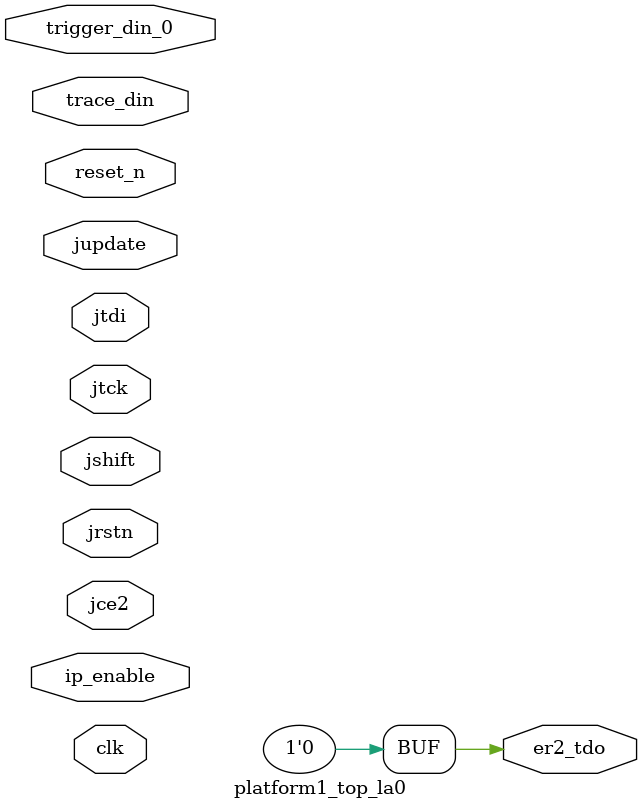
<source format=v>

/* WARNING - Changes to this file should be performed by re-running IPexpress
or modifying the .LPC file and regenerating the core.  Other changes may lead
to inconsistent simulation and/or implemenation results */

module platform1_top_la0 (
    clk,
    reset_n,
    jtck,
    jrstn,
    jce2,
    jtdi,
    er2_tdo,
    jshift,
    jupdate,
    trigger_din_0,
    trace_din,
    ip_enable
);

// PARAMETERS DEFINED BY USER
localparam NUM_TRACE_SIGNALS   = 6;
localparam NUM_TRIGGER_SIGNALS = 1;
localparam INCLUDE_TRIG_DATA   = 0;
localparam NUM_TU_BITS_0       = 1;

input  clk;
input  reset_n;
input  jtck;
input  jrstn;
input  jce2;
input  jtdi;
output er2_tdo;
input  jshift;
input  jupdate;
input  [NUM_TU_BITS_0 -1:0] trigger_din_0;
input  [NUM_TRACE_SIGNALS + (NUM_TRIGGER_SIGNALS * INCLUDE_TRIG_DATA) -1:0] trace_din;
input  ip_enable;

assign er2_tdo = 1'b0;

endmodule

</source>
